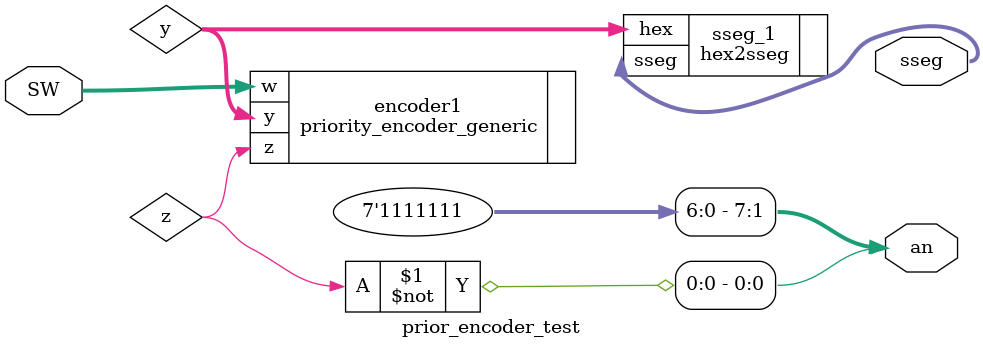
<source format=v>
`timescale 1ns / 1ps


module prior_encoder_test(
    input [15:0] SW,
    output [6:0] sseg,
    output [7:0] an
    );
    
    
    
    wire [3:0] y;
    wire z;
    
    priority_encoder_generic #(.N(16)) encoder1(
    .w(SW),
    .z(z),
    .y(y)
    );
    
    assign an = {7'b1111111, ~z};
    
    hex2sseg sseg_1(
    .hex(y),
    .sseg(sseg)
    );
    
endmodule

</source>
